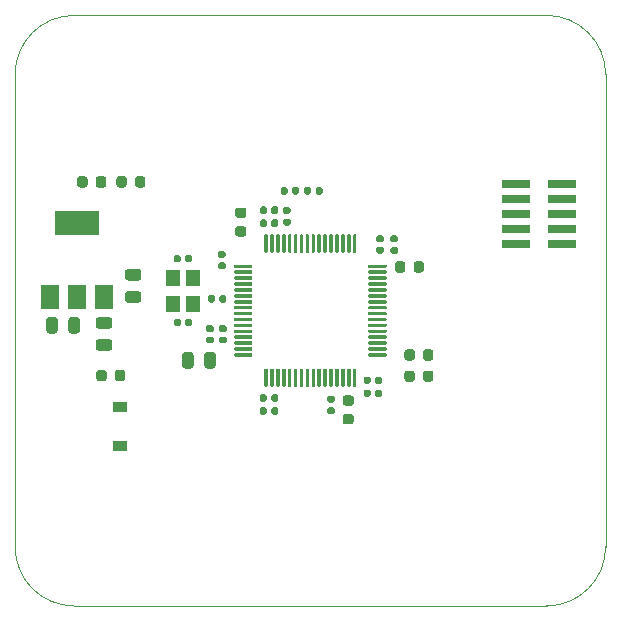
<source format=gbr>
%TF.GenerationSoftware,KiCad,Pcbnew,(5.1.7)-1*%
%TF.CreationDate,2020-10-04T21:15:59-05:00*%
%TF.ProjectId,STM32F4_Breakout,53544d33-3246-4345-9f42-7265616b6f75,rev?*%
%TF.SameCoordinates,Original*%
%TF.FileFunction,Paste,Top*%
%TF.FilePolarity,Positive*%
%FSLAX46Y46*%
G04 Gerber Fmt 4.6, Leading zero omitted, Abs format (unit mm)*
G04 Created by KiCad (PCBNEW (5.1.7)-1) date 2020-10-04 21:15:59*
%MOMM*%
%LPD*%
G01*
G04 APERTURE LIST*
%TA.AperFunction,Profile*%
%ADD10C,0.050000*%
%TD*%
%ADD11R,1.200000X0.900000*%
%ADD12R,1.200000X1.400000*%
%ADD13R,2.400000X0.740000*%
%ADD14R,3.800000X2.000000*%
%ADD15R,1.500000X2.000000*%
G04 APERTURE END LIST*
D10*
X70000000Y-65000000D02*
G75*
G02*
X65000000Y-70000000I-5000000J0D01*
G01*
X25000000Y-70000000D02*
G75*
G02*
X20000000Y-65000000I0J5000000D01*
G01*
X20000000Y-25000000D02*
G75*
G02*
X25000000Y-20000000I5000000J0D01*
G01*
X65000000Y-20000000D02*
G75*
G02*
X70000000Y-25000000I0J-5000000D01*
G01*
X20000000Y-65000000D02*
X20000000Y-25000000D01*
X65000000Y-70000000D02*
X25000000Y-70000000D01*
X70000000Y-25000000D02*
X70000000Y-65000000D01*
X25000000Y-20000000D02*
X65000000Y-20000000D01*
%TO.C,C1*%
G36*
G01*
X30456250Y-44325000D02*
X29543750Y-44325000D01*
G75*
G02*
X29300000Y-44081250I0J243750D01*
G01*
X29300000Y-43593750D01*
G75*
G02*
X29543750Y-43350000I243750J0D01*
G01*
X30456250Y-43350000D01*
G75*
G02*
X30700000Y-43593750I0J-243750D01*
G01*
X30700000Y-44081250D01*
G75*
G02*
X30456250Y-44325000I-243750J0D01*
G01*
G37*
G36*
G01*
X30456250Y-42450000D02*
X29543750Y-42450000D01*
G75*
G02*
X29300000Y-42206250I0J243750D01*
G01*
X29300000Y-41718750D01*
G75*
G02*
X29543750Y-41475000I243750J0D01*
G01*
X30456250Y-41475000D01*
G75*
G02*
X30700000Y-41718750I0J-243750D01*
G01*
X30700000Y-42206250D01*
G75*
G02*
X30456250Y-42450000I-243750J0D01*
G01*
G37*
%TD*%
%TO.C,C2*%
G36*
G01*
X23612500Y-45793750D02*
X23612500Y-46706250D01*
G75*
G02*
X23368750Y-46950000I-243750J0D01*
G01*
X22881250Y-46950000D01*
G75*
G02*
X22637500Y-46706250I0J243750D01*
G01*
X22637500Y-45793750D01*
G75*
G02*
X22881250Y-45550000I243750J0D01*
G01*
X23368750Y-45550000D01*
G75*
G02*
X23612500Y-45793750I0J-243750D01*
G01*
G37*
G36*
G01*
X25487500Y-45793750D02*
X25487500Y-46706250D01*
G75*
G02*
X25243750Y-46950000I-243750J0D01*
G01*
X24756250Y-46950000D01*
G75*
G02*
X24512500Y-46706250I0J243750D01*
G01*
X24512500Y-45793750D01*
G75*
G02*
X24756250Y-45550000I243750J0D01*
G01*
X25243750Y-45550000D01*
G75*
G02*
X25487500Y-45793750I0J-243750D01*
G01*
G37*
%TD*%
%TO.C,C3*%
G36*
G01*
X39356250Y-38725000D02*
X38843750Y-38725000D01*
G75*
G02*
X38625000Y-38506250I0J218750D01*
G01*
X38625000Y-38068750D01*
G75*
G02*
X38843750Y-37850000I218750J0D01*
G01*
X39356250Y-37850000D01*
G75*
G02*
X39575000Y-38068750I0J-218750D01*
G01*
X39575000Y-38506250D01*
G75*
G02*
X39356250Y-38725000I-218750J0D01*
G01*
G37*
G36*
G01*
X39356250Y-37150000D02*
X38843750Y-37150000D01*
G75*
G02*
X38625000Y-36931250I0J218750D01*
G01*
X38625000Y-36493750D01*
G75*
G02*
X38843750Y-36275000I218750J0D01*
G01*
X39356250Y-36275000D01*
G75*
G02*
X39575000Y-36493750I0J-218750D01*
G01*
X39575000Y-36931250D01*
G75*
G02*
X39356250Y-37150000I-218750J0D01*
G01*
G37*
%TD*%
%TO.C,C4*%
G36*
G01*
X37672500Y-40525000D02*
X37327500Y-40525000D01*
G75*
G02*
X37180000Y-40377500I0J147500D01*
G01*
X37180000Y-40082500D01*
G75*
G02*
X37327500Y-39935000I147500J0D01*
G01*
X37672500Y-39935000D01*
G75*
G02*
X37820000Y-40082500I0J-147500D01*
G01*
X37820000Y-40377500D01*
G75*
G02*
X37672500Y-40525000I-147500J0D01*
G01*
G37*
G36*
G01*
X37672500Y-41495000D02*
X37327500Y-41495000D01*
G75*
G02*
X37180000Y-41347500I0J147500D01*
G01*
X37180000Y-41052500D01*
G75*
G02*
X37327500Y-40905000I147500J0D01*
G01*
X37672500Y-40905000D01*
G75*
G02*
X37820000Y-41052500I0J-147500D01*
G01*
X37820000Y-41347500D01*
G75*
G02*
X37672500Y-41495000I-147500J0D01*
G01*
G37*
%TD*%
%TO.C,C5*%
G36*
G01*
X42280000Y-52227500D02*
X42280000Y-52572500D01*
G75*
G02*
X42132500Y-52720000I-147500J0D01*
G01*
X41837500Y-52720000D01*
G75*
G02*
X41690000Y-52572500I0J147500D01*
G01*
X41690000Y-52227500D01*
G75*
G02*
X41837500Y-52080000I147500J0D01*
G01*
X42132500Y-52080000D01*
G75*
G02*
X42280000Y-52227500I0J-147500D01*
G01*
G37*
G36*
G01*
X41310000Y-52227500D02*
X41310000Y-52572500D01*
G75*
G02*
X41162500Y-52720000I-147500J0D01*
G01*
X40867500Y-52720000D01*
G75*
G02*
X40720000Y-52572500I0J147500D01*
G01*
X40720000Y-52227500D01*
G75*
G02*
X40867500Y-52080000I147500J0D01*
G01*
X41162500Y-52080000D01*
G75*
G02*
X41310000Y-52227500I0J-147500D01*
G01*
G37*
%TD*%
%TO.C,C6*%
G36*
G01*
X41310000Y-53327500D02*
X41310000Y-53672500D01*
G75*
G02*
X41162500Y-53820000I-147500J0D01*
G01*
X40867500Y-53820000D01*
G75*
G02*
X40720000Y-53672500I0J147500D01*
G01*
X40720000Y-53327500D01*
G75*
G02*
X40867500Y-53180000I147500J0D01*
G01*
X41162500Y-53180000D01*
G75*
G02*
X41310000Y-53327500I0J-147500D01*
G01*
G37*
G36*
G01*
X42280000Y-53327500D02*
X42280000Y-53672500D01*
G75*
G02*
X42132500Y-53820000I-147500J0D01*
G01*
X41837500Y-53820000D01*
G75*
G02*
X41690000Y-53672500I0J147500D01*
G01*
X41690000Y-53327500D01*
G75*
G02*
X41837500Y-53180000I147500J0D01*
G01*
X42132500Y-53180000D01*
G75*
G02*
X42280000Y-53327500I0J-147500D01*
G01*
G37*
%TD*%
%TO.C,C7*%
G36*
G01*
X49505000Y-51072500D02*
X49505000Y-50727500D01*
G75*
G02*
X49652500Y-50580000I147500J0D01*
G01*
X49947500Y-50580000D01*
G75*
G02*
X50095000Y-50727500I0J-147500D01*
G01*
X50095000Y-51072500D01*
G75*
G02*
X49947500Y-51220000I-147500J0D01*
G01*
X49652500Y-51220000D01*
G75*
G02*
X49505000Y-51072500I0J147500D01*
G01*
G37*
G36*
G01*
X50475000Y-51072500D02*
X50475000Y-50727500D01*
G75*
G02*
X50622500Y-50580000I147500J0D01*
G01*
X50917500Y-50580000D01*
G75*
G02*
X51065000Y-50727500I0J-147500D01*
G01*
X51065000Y-51072500D01*
G75*
G02*
X50917500Y-51220000I-147500J0D01*
G01*
X50622500Y-51220000D01*
G75*
G02*
X50475000Y-51072500I0J147500D01*
G01*
G37*
%TD*%
%TO.C,C8*%
G36*
G01*
X50475000Y-52172500D02*
X50475000Y-51827500D01*
G75*
G02*
X50622500Y-51680000I147500J0D01*
G01*
X50917500Y-51680000D01*
G75*
G02*
X51065000Y-51827500I0J-147500D01*
G01*
X51065000Y-52172500D01*
G75*
G02*
X50917500Y-52320000I-147500J0D01*
G01*
X50622500Y-52320000D01*
G75*
G02*
X50475000Y-52172500I0J147500D01*
G01*
G37*
G36*
G01*
X49505000Y-52172500D02*
X49505000Y-51827500D01*
G75*
G02*
X49652500Y-51680000I147500J0D01*
G01*
X49947500Y-51680000D01*
G75*
G02*
X50095000Y-51827500I0J-147500D01*
G01*
X50095000Y-52172500D01*
G75*
G02*
X49947500Y-52320000I-147500J0D01*
G01*
X49652500Y-52320000D01*
G75*
G02*
X49505000Y-52172500I0J147500D01*
G01*
G37*
%TD*%
%TO.C,C9*%
G36*
G01*
X51072500Y-40180000D02*
X50727500Y-40180000D01*
G75*
G02*
X50580000Y-40032500I0J147500D01*
G01*
X50580000Y-39737500D01*
G75*
G02*
X50727500Y-39590000I147500J0D01*
G01*
X51072500Y-39590000D01*
G75*
G02*
X51220000Y-39737500I0J-147500D01*
G01*
X51220000Y-40032500D01*
G75*
G02*
X51072500Y-40180000I-147500J0D01*
G01*
G37*
G36*
G01*
X51072500Y-39210000D02*
X50727500Y-39210000D01*
G75*
G02*
X50580000Y-39062500I0J147500D01*
G01*
X50580000Y-38767500D01*
G75*
G02*
X50727500Y-38620000I147500J0D01*
G01*
X51072500Y-38620000D01*
G75*
G02*
X51220000Y-38767500I0J-147500D01*
G01*
X51220000Y-39062500D01*
G75*
G02*
X51072500Y-39210000I-147500J0D01*
G01*
G37*
%TD*%
%TO.C,C10*%
G36*
G01*
X52272500Y-40195000D02*
X51927500Y-40195000D01*
G75*
G02*
X51780000Y-40047500I0J147500D01*
G01*
X51780000Y-39752500D01*
G75*
G02*
X51927500Y-39605000I147500J0D01*
G01*
X52272500Y-39605000D01*
G75*
G02*
X52420000Y-39752500I0J-147500D01*
G01*
X52420000Y-40047500D01*
G75*
G02*
X52272500Y-40195000I-147500J0D01*
G01*
G37*
G36*
G01*
X52272500Y-39225000D02*
X51927500Y-39225000D01*
G75*
G02*
X51780000Y-39077500I0J147500D01*
G01*
X51780000Y-38782500D01*
G75*
G02*
X51927500Y-38635000I147500J0D01*
G01*
X52272500Y-38635000D01*
G75*
G02*
X52420000Y-38782500I0J-147500D01*
G01*
X52420000Y-39077500D01*
G75*
G02*
X52272500Y-39225000I-147500J0D01*
G01*
G37*
%TD*%
%TO.C,C11*%
G36*
G01*
X41690000Y-37772500D02*
X41690000Y-37427500D01*
G75*
G02*
X41837500Y-37280000I147500J0D01*
G01*
X42132500Y-37280000D01*
G75*
G02*
X42280000Y-37427500I0J-147500D01*
G01*
X42280000Y-37772500D01*
G75*
G02*
X42132500Y-37920000I-147500J0D01*
G01*
X41837500Y-37920000D01*
G75*
G02*
X41690000Y-37772500I0J147500D01*
G01*
G37*
G36*
G01*
X40720000Y-37772500D02*
X40720000Y-37427500D01*
G75*
G02*
X40867500Y-37280000I147500J0D01*
G01*
X41162500Y-37280000D01*
G75*
G02*
X41310000Y-37427500I0J-147500D01*
G01*
X41310000Y-37772500D01*
G75*
G02*
X41162500Y-37920000I-147500J0D01*
G01*
X40867500Y-37920000D01*
G75*
G02*
X40720000Y-37772500I0J147500D01*
G01*
G37*
%TD*%
%TO.C,C12*%
G36*
G01*
X40720000Y-36672500D02*
X40720000Y-36327500D01*
G75*
G02*
X40867500Y-36180000I147500J0D01*
G01*
X41162500Y-36180000D01*
G75*
G02*
X41310000Y-36327500I0J-147500D01*
G01*
X41310000Y-36672500D01*
G75*
G02*
X41162500Y-36820000I-147500J0D01*
G01*
X40867500Y-36820000D01*
G75*
G02*
X40720000Y-36672500I0J147500D01*
G01*
G37*
G36*
G01*
X41690000Y-36672500D02*
X41690000Y-36327500D01*
G75*
G02*
X41837500Y-36180000I147500J0D01*
G01*
X42132500Y-36180000D01*
G75*
G02*
X42280000Y-36327500I0J-147500D01*
G01*
X42280000Y-36672500D01*
G75*
G02*
X42132500Y-36820000I-147500J0D01*
G01*
X41837500Y-36820000D01*
G75*
G02*
X41690000Y-36672500I0J147500D01*
G01*
G37*
%TD*%
%TO.C,C13*%
G36*
G01*
X36672500Y-46810000D02*
X36327500Y-46810000D01*
G75*
G02*
X36180000Y-46662500I0J147500D01*
G01*
X36180000Y-46367500D01*
G75*
G02*
X36327500Y-46220000I147500J0D01*
G01*
X36672500Y-46220000D01*
G75*
G02*
X36820000Y-46367500I0J-147500D01*
G01*
X36820000Y-46662500D01*
G75*
G02*
X36672500Y-46810000I-147500J0D01*
G01*
G37*
G36*
G01*
X36672500Y-47780000D02*
X36327500Y-47780000D01*
G75*
G02*
X36180000Y-47632500I0J147500D01*
G01*
X36180000Y-47337500D01*
G75*
G02*
X36327500Y-47190000I147500J0D01*
G01*
X36672500Y-47190000D01*
G75*
G02*
X36820000Y-47337500I0J-147500D01*
G01*
X36820000Y-47632500D01*
G75*
G02*
X36672500Y-47780000I-147500J0D01*
G01*
G37*
%TD*%
%TO.C,C14*%
G36*
G01*
X37772500Y-46810000D02*
X37427500Y-46810000D01*
G75*
G02*
X37280000Y-46662500I0J147500D01*
G01*
X37280000Y-46367500D01*
G75*
G02*
X37427500Y-46220000I147500J0D01*
G01*
X37772500Y-46220000D01*
G75*
G02*
X37920000Y-46367500I0J-147500D01*
G01*
X37920000Y-46662500D01*
G75*
G02*
X37772500Y-46810000I-147500J0D01*
G01*
G37*
G36*
G01*
X37772500Y-47780000D02*
X37427500Y-47780000D01*
G75*
G02*
X37280000Y-47632500I0J147500D01*
G01*
X37280000Y-47337500D01*
G75*
G02*
X37427500Y-47190000I147500J0D01*
G01*
X37772500Y-47190000D01*
G75*
G02*
X37920000Y-47337500I0J-147500D01*
G01*
X37920000Y-47632500D01*
G75*
G02*
X37772500Y-47780000I-147500J0D01*
G01*
G37*
%TD*%
%TO.C,C15*%
G36*
G01*
X47943750Y-53750000D02*
X48456250Y-53750000D01*
G75*
G02*
X48675000Y-53968750I0J-218750D01*
G01*
X48675000Y-54406250D01*
G75*
G02*
X48456250Y-54625000I-218750J0D01*
G01*
X47943750Y-54625000D01*
G75*
G02*
X47725000Y-54406250I0J218750D01*
G01*
X47725000Y-53968750D01*
G75*
G02*
X47943750Y-53750000I218750J0D01*
G01*
G37*
G36*
G01*
X47943750Y-52175000D02*
X48456250Y-52175000D01*
G75*
G02*
X48675000Y-52393750I0J-218750D01*
G01*
X48675000Y-52831250D01*
G75*
G02*
X48456250Y-53050000I-218750J0D01*
G01*
X47943750Y-53050000D01*
G75*
G02*
X47725000Y-52831250I0J218750D01*
G01*
X47725000Y-52393750D01*
G75*
G02*
X47943750Y-52175000I218750J0D01*
G01*
G37*
%TD*%
%TO.C,C16*%
G36*
G01*
X52162500Y-41556250D02*
X52162500Y-41043750D01*
G75*
G02*
X52381250Y-40825000I218750J0D01*
G01*
X52818750Y-40825000D01*
G75*
G02*
X53037500Y-41043750I0J-218750D01*
G01*
X53037500Y-41556250D01*
G75*
G02*
X52818750Y-41775000I-218750J0D01*
G01*
X52381250Y-41775000D01*
G75*
G02*
X52162500Y-41556250I0J218750D01*
G01*
G37*
G36*
G01*
X53737500Y-41556250D02*
X53737500Y-41043750D01*
G75*
G02*
X53956250Y-40825000I218750J0D01*
G01*
X54393750Y-40825000D01*
G75*
G02*
X54612500Y-41043750I0J-218750D01*
G01*
X54612500Y-41556250D01*
G75*
G02*
X54393750Y-41775000I-218750J0D01*
G01*
X53956250Y-41775000D01*
G75*
G02*
X53737500Y-41556250I0J218750D01*
G01*
G37*
%TD*%
%TO.C,C17*%
G36*
G01*
X33420000Y-40772500D02*
X33420000Y-40427500D01*
G75*
G02*
X33567500Y-40280000I147500J0D01*
G01*
X33862500Y-40280000D01*
G75*
G02*
X34010000Y-40427500I0J-147500D01*
G01*
X34010000Y-40772500D01*
G75*
G02*
X33862500Y-40920000I-147500J0D01*
G01*
X33567500Y-40920000D01*
G75*
G02*
X33420000Y-40772500I0J147500D01*
G01*
G37*
G36*
G01*
X34390000Y-40772500D02*
X34390000Y-40427500D01*
G75*
G02*
X34537500Y-40280000I147500J0D01*
G01*
X34832500Y-40280000D01*
G75*
G02*
X34980000Y-40427500I0J-147500D01*
G01*
X34980000Y-40772500D01*
G75*
G02*
X34832500Y-40920000I-147500J0D01*
G01*
X34537500Y-40920000D01*
G75*
G02*
X34390000Y-40772500I0J147500D01*
G01*
G37*
%TD*%
%TO.C,C18*%
G36*
G01*
X34980000Y-45827500D02*
X34980000Y-46172500D01*
G75*
G02*
X34832500Y-46320000I-147500J0D01*
G01*
X34537500Y-46320000D01*
G75*
G02*
X34390000Y-46172500I0J147500D01*
G01*
X34390000Y-45827500D01*
G75*
G02*
X34537500Y-45680000I147500J0D01*
G01*
X34832500Y-45680000D01*
G75*
G02*
X34980000Y-45827500I0J-147500D01*
G01*
G37*
G36*
G01*
X34010000Y-45827500D02*
X34010000Y-46172500D01*
G75*
G02*
X33862500Y-46320000I-147500J0D01*
G01*
X33567500Y-46320000D01*
G75*
G02*
X33420000Y-46172500I0J147500D01*
G01*
X33420000Y-45827500D01*
G75*
G02*
X33567500Y-45680000I147500J0D01*
G01*
X33862500Y-45680000D01*
G75*
G02*
X34010000Y-45827500I0J-147500D01*
G01*
G37*
%TD*%
D11*
%TO.C,D1*%
X28900000Y-53200000D03*
X28900000Y-56500000D03*
%TD*%
%TO.C,D2*%
G36*
G01*
X27712500Y-33843750D02*
X27712500Y-34356250D01*
G75*
G02*
X27493750Y-34575000I-218750J0D01*
G01*
X27056250Y-34575000D01*
G75*
G02*
X26837500Y-34356250I0J218750D01*
G01*
X26837500Y-33843750D01*
G75*
G02*
X27056250Y-33625000I218750J0D01*
G01*
X27493750Y-33625000D01*
G75*
G02*
X27712500Y-33843750I0J-218750D01*
G01*
G37*
G36*
G01*
X26137500Y-33843750D02*
X26137500Y-34356250D01*
G75*
G02*
X25918750Y-34575000I-218750J0D01*
G01*
X25481250Y-34575000D01*
G75*
G02*
X25262500Y-34356250I0J218750D01*
G01*
X25262500Y-33843750D01*
G75*
G02*
X25481250Y-33625000I218750J0D01*
G01*
X25918750Y-33625000D01*
G75*
G02*
X26137500Y-33843750I0J-218750D01*
G01*
G37*
%TD*%
%TO.C,D3*%
G36*
G01*
X53837500Y-48493750D02*
X53837500Y-49006250D01*
G75*
G02*
X53618750Y-49225000I-218750J0D01*
G01*
X53181250Y-49225000D01*
G75*
G02*
X52962500Y-49006250I0J218750D01*
G01*
X52962500Y-48493750D01*
G75*
G02*
X53181250Y-48275000I218750J0D01*
G01*
X53618750Y-48275000D01*
G75*
G02*
X53837500Y-48493750I0J-218750D01*
G01*
G37*
G36*
G01*
X55412500Y-48493750D02*
X55412500Y-49006250D01*
G75*
G02*
X55193750Y-49225000I-218750J0D01*
G01*
X54756250Y-49225000D01*
G75*
G02*
X54537500Y-49006250I0J218750D01*
G01*
X54537500Y-48493750D01*
G75*
G02*
X54756250Y-48275000I218750J0D01*
G01*
X55193750Y-48275000D01*
G75*
G02*
X55412500Y-48493750I0J-218750D01*
G01*
G37*
%TD*%
%TO.C,F1*%
G36*
G01*
X29325000Y-50243750D02*
X29325000Y-50756250D01*
G75*
G02*
X29106250Y-50975000I-218750J0D01*
G01*
X28668750Y-50975000D01*
G75*
G02*
X28450000Y-50756250I0J218750D01*
G01*
X28450000Y-50243750D01*
G75*
G02*
X28668750Y-50025000I218750J0D01*
G01*
X29106250Y-50025000D01*
G75*
G02*
X29325000Y-50243750I0J-218750D01*
G01*
G37*
G36*
G01*
X27750000Y-50243750D02*
X27750000Y-50756250D01*
G75*
G02*
X27531250Y-50975000I-218750J0D01*
G01*
X27093750Y-50975000D01*
G75*
G02*
X26875000Y-50756250I0J218750D01*
G01*
X26875000Y-50243750D01*
G75*
G02*
X27093750Y-50025000I218750J0D01*
G01*
X27531250Y-50025000D01*
G75*
G02*
X27750000Y-50243750I0J-218750D01*
G01*
G37*
%TD*%
%TO.C,FB1*%
G36*
G01*
X27073750Y-45552500D02*
X27986250Y-45552500D01*
G75*
G02*
X28230000Y-45796250I0J-243750D01*
G01*
X28230000Y-46283750D01*
G75*
G02*
X27986250Y-46527500I-243750J0D01*
G01*
X27073750Y-46527500D01*
G75*
G02*
X26830000Y-46283750I0J243750D01*
G01*
X26830000Y-45796250D01*
G75*
G02*
X27073750Y-45552500I243750J0D01*
G01*
G37*
G36*
G01*
X27073750Y-47427500D02*
X27986250Y-47427500D01*
G75*
G02*
X28230000Y-47671250I0J-243750D01*
G01*
X28230000Y-48158750D01*
G75*
G02*
X27986250Y-48402500I-243750J0D01*
G01*
X27073750Y-48402500D01*
G75*
G02*
X26830000Y-48158750I0J243750D01*
G01*
X26830000Y-47671250D01*
G75*
G02*
X27073750Y-47427500I243750J0D01*
G01*
G37*
%TD*%
%TO.C,FB2*%
G36*
G01*
X35112500Y-48743750D02*
X35112500Y-49656250D01*
G75*
G02*
X34868750Y-49900000I-243750J0D01*
G01*
X34381250Y-49900000D01*
G75*
G02*
X34137500Y-49656250I0J243750D01*
G01*
X34137500Y-48743750D01*
G75*
G02*
X34381250Y-48500000I243750J0D01*
G01*
X34868750Y-48500000D01*
G75*
G02*
X35112500Y-48743750I0J-243750D01*
G01*
G37*
G36*
G01*
X36987500Y-48743750D02*
X36987500Y-49656250D01*
G75*
G02*
X36743750Y-49900000I-243750J0D01*
G01*
X36256250Y-49900000D01*
G75*
G02*
X36012500Y-49656250I0J243750D01*
G01*
X36012500Y-48743750D01*
G75*
G02*
X36256250Y-48500000I243750J0D01*
G01*
X36743750Y-48500000D01*
G75*
G02*
X36987500Y-48743750I0J-243750D01*
G01*
G37*
%TD*%
D12*
%TO.C,HSE1*%
X33350000Y-42200000D03*
X33350000Y-44400000D03*
X35050000Y-44400000D03*
X35050000Y-42200000D03*
%TD*%
D13*
%TO.C,J4*%
X62400000Y-34310000D03*
X66300000Y-34310000D03*
X62400000Y-35580000D03*
X66300000Y-35580000D03*
X62400000Y-36850000D03*
X66300000Y-36850000D03*
X62400000Y-38120000D03*
X66300000Y-38120000D03*
X62400000Y-39390000D03*
X66300000Y-39390000D03*
%TD*%
%TO.C,R1*%
G36*
G01*
X28575000Y-34356250D02*
X28575000Y-33843750D01*
G75*
G02*
X28793750Y-33625000I218750J0D01*
G01*
X29231250Y-33625000D01*
G75*
G02*
X29450000Y-33843750I0J-218750D01*
G01*
X29450000Y-34356250D01*
G75*
G02*
X29231250Y-34575000I-218750J0D01*
G01*
X28793750Y-34575000D01*
G75*
G02*
X28575000Y-34356250I0J218750D01*
G01*
G37*
G36*
G01*
X30150000Y-34356250D02*
X30150000Y-33843750D01*
G75*
G02*
X30368750Y-33625000I218750J0D01*
G01*
X30806250Y-33625000D01*
G75*
G02*
X31025000Y-33843750I0J-218750D01*
G01*
X31025000Y-34356250D01*
G75*
G02*
X30806250Y-34575000I-218750J0D01*
G01*
X30368750Y-34575000D01*
G75*
G02*
X30150000Y-34356250I0J218750D01*
G01*
G37*
%TD*%
%TO.C,R2*%
G36*
G01*
X43172500Y-36825000D02*
X42827500Y-36825000D01*
G75*
G02*
X42680000Y-36677500I0J147500D01*
G01*
X42680000Y-36382500D01*
G75*
G02*
X42827500Y-36235000I147500J0D01*
G01*
X43172500Y-36235000D01*
G75*
G02*
X43320000Y-36382500I0J-147500D01*
G01*
X43320000Y-36677500D01*
G75*
G02*
X43172500Y-36825000I-147500J0D01*
G01*
G37*
G36*
G01*
X43172500Y-37795000D02*
X42827500Y-37795000D01*
G75*
G02*
X42680000Y-37647500I0J147500D01*
G01*
X42680000Y-37352500D01*
G75*
G02*
X42827500Y-37205000I147500J0D01*
G01*
X43172500Y-37205000D01*
G75*
G02*
X43320000Y-37352500I0J-147500D01*
G01*
X43320000Y-37647500D01*
G75*
G02*
X43172500Y-37795000I-147500J0D01*
G01*
G37*
%TD*%
%TO.C,R3*%
G36*
G01*
X46577500Y-52205000D02*
X46922500Y-52205000D01*
G75*
G02*
X47070000Y-52352500I0J-147500D01*
G01*
X47070000Y-52647500D01*
G75*
G02*
X46922500Y-52795000I-147500J0D01*
G01*
X46577500Y-52795000D01*
G75*
G02*
X46430000Y-52647500I0J147500D01*
G01*
X46430000Y-52352500D01*
G75*
G02*
X46577500Y-52205000I147500J0D01*
G01*
G37*
G36*
G01*
X46577500Y-53175000D02*
X46922500Y-53175000D01*
G75*
G02*
X47070000Y-53322500I0J-147500D01*
G01*
X47070000Y-53617500D01*
G75*
G02*
X46922500Y-53765000I-147500J0D01*
G01*
X46577500Y-53765000D01*
G75*
G02*
X46430000Y-53617500I0J147500D01*
G01*
X46430000Y-53322500D01*
G75*
G02*
X46577500Y-53175000I147500J0D01*
G01*
G37*
%TD*%
%TO.C,R4*%
G36*
G01*
X45060000Y-34677500D02*
X45060000Y-35022500D01*
G75*
G02*
X44912500Y-35170000I-147500J0D01*
G01*
X44617500Y-35170000D01*
G75*
G02*
X44470000Y-35022500I0J147500D01*
G01*
X44470000Y-34677500D01*
G75*
G02*
X44617500Y-34530000I147500J0D01*
G01*
X44912500Y-34530000D01*
G75*
G02*
X45060000Y-34677500I0J-147500D01*
G01*
G37*
G36*
G01*
X46030000Y-34677500D02*
X46030000Y-35022500D01*
G75*
G02*
X45882500Y-35170000I-147500J0D01*
G01*
X45587500Y-35170000D01*
G75*
G02*
X45440000Y-35022500I0J147500D01*
G01*
X45440000Y-34677500D01*
G75*
G02*
X45587500Y-34530000I147500J0D01*
G01*
X45882500Y-34530000D01*
G75*
G02*
X46030000Y-34677500I0J-147500D01*
G01*
G37*
%TD*%
%TO.C,R5*%
G36*
G01*
X42485000Y-35022500D02*
X42485000Y-34677500D01*
G75*
G02*
X42632500Y-34530000I147500J0D01*
G01*
X42927500Y-34530000D01*
G75*
G02*
X43075000Y-34677500I0J-147500D01*
G01*
X43075000Y-35022500D01*
G75*
G02*
X42927500Y-35170000I-147500J0D01*
G01*
X42632500Y-35170000D01*
G75*
G02*
X42485000Y-35022500I0J147500D01*
G01*
G37*
G36*
G01*
X43455000Y-35022500D02*
X43455000Y-34677500D01*
G75*
G02*
X43602500Y-34530000I147500J0D01*
G01*
X43897500Y-34530000D01*
G75*
G02*
X44045000Y-34677500I0J-147500D01*
G01*
X44045000Y-35022500D01*
G75*
G02*
X43897500Y-35170000I-147500J0D01*
G01*
X43602500Y-35170000D01*
G75*
G02*
X43455000Y-35022500I0J147500D01*
G01*
G37*
%TD*%
%TO.C,R6*%
G36*
G01*
X37895000Y-43827500D02*
X37895000Y-44172500D01*
G75*
G02*
X37747500Y-44320000I-147500J0D01*
G01*
X37452500Y-44320000D01*
G75*
G02*
X37305000Y-44172500I0J147500D01*
G01*
X37305000Y-43827500D01*
G75*
G02*
X37452500Y-43680000I147500J0D01*
G01*
X37747500Y-43680000D01*
G75*
G02*
X37895000Y-43827500I0J-147500D01*
G01*
G37*
G36*
G01*
X36925000Y-43827500D02*
X36925000Y-44172500D01*
G75*
G02*
X36777500Y-44320000I-147500J0D01*
G01*
X36482500Y-44320000D01*
G75*
G02*
X36335000Y-44172500I0J147500D01*
G01*
X36335000Y-43827500D01*
G75*
G02*
X36482500Y-43680000I147500J0D01*
G01*
X36777500Y-43680000D01*
G75*
G02*
X36925000Y-43827500I0J-147500D01*
G01*
G37*
%TD*%
%TO.C,R7*%
G36*
G01*
X53837500Y-50293750D02*
X53837500Y-50806250D01*
G75*
G02*
X53618750Y-51025000I-218750J0D01*
G01*
X53181250Y-51025000D01*
G75*
G02*
X52962500Y-50806250I0J218750D01*
G01*
X52962500Y-50293750D01*
G75*
G02*
X53181250Y-50075000I218750J0D01*
G01*
X53618750Y-50075000D01*
G75*
G02*
X53837500Y-50293750I0J-218750D01*
G01*
G37*
G36*
G01*
X55412500Y-50293750D02*
X55412500Y-50806250D01*
G75*
G02*
X55193750Y-51025000I-218750J0D01*
G01*
X54756250Y-51025000D01*
G75*
G02*
X54537500Y-50806250I0J218750D01*
G01*
X54537500Y-50293750D01*
G75*
G02*
X54756250Y-50075000I218750J0D01*
G01*
X55193750Y-50075000D01*
G75*
G02*
X55412500Y-50293750I0J-218750D01*
G01*
G37*
%TD*%
D14*
%TO.C,U1*%
X25225001Y-37550000D03*
D15*
X25225001Y-43850000D03*
X27525001Y-43850000D03*
X22925001Y-43850000D03*
%TD*%
%TO.C,U2*%
G36*
G01*
X38550000Y-41325000D02*
X38550000Y-41175000D01*
G75*
G02*
X38625000Y-41100000I75000J0D01*
G01*
X40025000Y-41100000D01*
G75*
G02*
X40100000Y-41175000I0J-75000D01*
G01*
X40100000Y-41325000D01*
G75*
G02*
X40025000Y-41400000I-75000J0D01*
G01*
X38625000Y-41400000D01*
G75*
G02*
X38550000Y-41325000I0J75000D01*
G01*
G37*
G36*
G01*
X38550000Y-41825000D02*
X38550000Y-41675000D01*
G75*
G02*
X38625000Y-41600000I75000J0D01*
G01*
X40025000Y-41600000D01*
G75*
G02*
X40100000Y-41675000I0J-75000D01*
G01*
X40100000Y-41825000D01*
G75*
G02*
X40025000Y-41900000I-75000J0D01*
G01*
X38625000Y-41900000D01*
G75*
G02*
X38550000Y-41825000I0J75000D01*
G01*
G37*
G36*
G01*
X38550000Y-42325000D02*
X38550000Y-42175000D01*
G75*
G02*
X38625000Y-42100000I75000J0D01*
G01*
X40025000Y-42100000D01*
G75*
G02*
X40100000Y-42175000I0J-75000D01*
G01*
X40100000Y-42325000D01*
G75*
G02*
X40025000Y-42400000I-75000J0D01*
G01*
X38625000Y-42400000D01*
G75*
G02*
X38550000Y-42325000I0J75000D01*
G01*
G37*
G36*
G01*
X38550000Y-42825000D02*
X38550000Y-42675000D01*
G75*
G02*
X38625000Y-42600000I75000J0D01*
G01*
X40025000Y-42600000D01*
G75*
G02*
X40100000Y-42675000I0J-75000D01*
G01*
X40100000Y-42825000D01*
G75*
G02*
X40025000Y-42900000I-75000J0D01*
G01*
X38625000Y-42900000D01*
G75*
G02*
X38550000Y-42825000I0J75000D01*
G01*
G37*
G36*
G01*
X38550000Y-43325000D02*
X38550000Y-43175000D01*
G75*
G02*
X38625000Y-43100000I75000J0D01*
G01*
X40025000Y-43100000D01*
G75*
G02*
X40100000Y-43175000I0J-75000D01*
G01*
X40100000Y-43325000D01*
G75*
G02*
X40025000Y-43400000I-75000J0D01*
G01*
X38625000Y-43400000D01*
G75*
G02*
X38550000Y-43325000I0J75000D01*
G01*
G37*
G36*
G01*
X38550000Y-43825000D02*
X38550000Y-43675000D01*
G75*
G02*
X38625000Y-43600000I75000J0D01*
G01*
X40025000Y-43600000D01*
G75*
G02*
X40100000Y-43675000I0J-75000D01*
G01*
X40100000Y-43825000D01*
G75*
G02*
X40025000Y-43900000I-75000J0D01*
G01*
X38625000Y-43900000D01*
G75*
G02*
X38550000Y-43825000I0J75000D01*
G01*
G37*
G36*
G01*
X38550000Y-44325000D02*
X38550000Y-44175000D01*
G75*
G02*
X38625000Y-44100000I75000J0D01*
G01*
X40025000Y-44100000D01*
G75*
G02*
X40100000Y-44175000I0J-75000D01*
G01*
X40100000Y-44325000D01*
G75*
G02*
X40025000Y-44400000I-75000J0D01*
G01*
X38625000Y-44400000D01*
G75*
G02*
X38550000Y-44325000I0J75000D01*
G01*
G37*
G36*
G01*
X38550000Y-44825000D02*
X38550000Y-44675000D01*
G75*
G02*
X38625000Y-44600000I75000J0D01*
G01*
X40025000Y-44600000D01*
G75*
G02*
X40100000Y-44675000I0J-75000D01*
G01*
X40100000Y-44825000D01*
G75*
G02*
X40025000Y-44900000I-75000J0D01*
G01*
X38625000Y-44900000D01*
G75*
G02*
X38550000Y-44825000I0J75000D01*
G01*
G37*
G36*
G01*
X38550000Y-45325000D02*
X38550000Y-45175000D01*
G75*
G02*
X38625000Y-45100000I75000J0D01*
G01*
X40025000Y-45100000D01*
G75*
G02*
X40100000Y-45175000I0J-75000D01*
G01*
X40100000Y-45325000D01*
G75*
G02*
X40025000Y-45400000I-75000J0D01*
G01*
X38625000Y-45400000D01*
G75*
G02*
X38550000Y-45325000I0J75000D01*
G01*
G37*
G36*
G01*
X38550000Y-45825000D02*
X38550000Y-45675000D01*
G75*
G02*
X38625000Y-45600000I75000J0D01*
G01*
X40025000Y-45600000D01*
G75*
G02*
X40100000Y-45675000I0J-75000D01*
G01*
X40100000Y-45825000D01*
G75*
G02*
X40025000Y-45900000I-75000J0D01*
G01*
X38625000Y-45900000D01*
G75*
G02*
X38550000Y-45825000I0J75000D01*
G01*
G37*
G36*
G01*
X38550000Y-46325000D02*
X38550000Y-46175000D01*
G75*
G02*
X38625000Y-46100000I75000J0D01*
G01*
X40025000Y-46100000D01*
G75*
G02*
X40100000Y-46175000I0J-75000D01*
G01*
X40100000Y-46325000D01*
G75*
G02*
X40025000Y-46400000I-75000J0D01*
G01*
X38625000Y-46400000D01*
G75*
G02*
X38550000Y-46325000I0J75000D01*
G01*
G37*
G36*
G01*
X38550000Y-46825000D02*
X38550000Y-46675000D01*
G75*
G02*
X38625000Y-46600000I75000J0D01*
G01*
X40025000Y-46600000D01*
G75*
G02*
X40100000Y-46675000I0J-75000D01*
G01*
X40100000Y-46825000D01*
G75*
G02*
X40025000Y-46900000I-75000J0D01*
G01*
X38625000Y-46900000D01*
G75*
G02*
X38550000Y-46825000I0J75000D01*
G01*
G37*
G36*
G01*
X38550000Y-47325000D02*
X38550000Y-47175000D01*
G75*
G02*
X38625000Y-47100000I75000J0D01*
G01*
X40025000Y-47100000D01*
G75*
G02*
X40100000Y-47175000I0J-75000D01*
G01*
X40100000Y-47325000D01*
G75*
G02*
X40025000Y-47400000I-75000J0D01*
G01*
X38625000Y-47400000D01*
G75*
G02*
X38550000Y-47325000I0J75000D01*
G01*
G37*
G36*
G01*
X38550000Y-47825000D02*
X38550000Y-47675000D01*
G75*
G02*
X38625000Y-47600000I75000J0D01*
G01*
X40025000Y-47600000D01*
G75*
G02*
X40100000Y-47675000I0J-75000D01*
G01*
X40100000Y-47825000D01*
G75*
G02*
X40025000Y-47900000I-75000J0D01*
G01*
X38625000Y-47900000D01*
G75*
G02*
X38550000Y-47825000I0J75000D01*
G01*
G37*
G36*
G01*
X38550000Y-48325000D02*
X38550000Y-48175000D01*
G75*
G02*
X38625000Y-48100000I75000J0D01*
G01*
X40025000Y-48100000D01*
G75*
G02*
X40100000Y-48175000I0J-75000D01*
G01*
X40100000Y-48325000D01*
G75*
G02*
X40025000Y-48400000I-75000J0D01*
G01*
X38625000Y-48400000D01*
G75*
G02*
X38550000Y-48325000I0J75000D01*
G01*
G37*
G36*
G01*
X38550000Y-48825000D02*
X38550000Y-48675000D01*
G75*
G02*
X38625000Y-48600000I75000J0D01*
G01*
X40025000Y-48600000D01*
G75*
G02*
X40100000Y-48675000I0J-75000D01*
G01*
X40100000Y-48825000D01*
G75*
G02*
X40025000Y-48900000I-75000J0D01*
G01*
X38625000Y-48900000D01*
G75*
G02*
X38550000Y-48825000I0J75000D01*
G01*
G37*
G36*
G01*
X41100000Y-51375000D02*
X41100000Y-49975000D01*
G75*
G02*
X41175000Y-49900000I75000J0D01*
G01*
X41325000Y-49900000D01*
G75*
G02*
X41400000Y-49975000I0J-75000D01*
G01*
X41400000Y-51375000D01*
G75*
G02*
X41325000Y-51450000I-75000J0D01*
G01*
X41175000Y-51450000D01*
G75*
G02*
X41100000Y-51375000I0J75000D01*
G01*
G37*
G36*
G01*
X41600000Y-51375000D02*
X41600000Y-49975000D01*
G75*
G02*
X41675000Y-49900000I75000J0D01*
G01*
X41825000Y-49900000D01*
G75*
G02*
X41900000Y-49975000I0J-75000D01*
G01*
X41900000Y-51375000D01*
G75*
G02*
X41825000Y-51450000I-75000J0D01*
G01*
X41675000Y-51450000D01*
G75*
G02*
X41600000Y-51375000I0J75000D01*
G01*
G37*
G36*
G01*
X42100000Y-51375000D02*
X42100000Y-49975000D01*
G75*
G02*
X42175000Y-49900000I75000J0D01*
G01*
X42325000Y-49900000D01*
G75*
G02*
X42400000Y-49975000I0J-75000D01*
G01*
X42400000Y-51375000D01*
G75*
G02*
X42325000Y-51450000I-75000J0D01*
G01*
X42175000Y-51450000D01*
G75*
G02*
X42100000Y-51375000I0J75000D01*
G01*
G37*
G36*
G01*
X42600000Y-51375000D02*
X42600000Y-49975000D01*
G75*
G02*
X42675000Y-49900000I75000J0D01*
G01*
X42825000Y-49900000D01*
G75*
G02*
X42900000Y-49975000I0J-75000D01*
G01*
X42900000Y-51375000D01*
G75*
G02*
X42825000Y-51450000I-75000J0D01*
G01*
X42675000Y-51450000D01*
G75*
G02*
X42600000Y-51375000I0J75000D01*
G01*
G37*
G36*
G01*
X43100000Y-51375000D02*
X43100000Y-49975000D01*
G75*
G02*
X43175000Y-49900000I75000J0D01*
G01*
X43325000Y-49900000D01*
G75*
G02*
X43400000Y-49975000I0J-75000D01*
G01*
X43400000Y-51375000D01*
G75*
G02*
X43325000Y-51450000I-75000J0D01*
G01*
X43175000Y-51450000D01*
G75*
G02*
X43100000Y-51375000I0J75000D01*
G01*
G37*
G36*
G01*
X43600000Y-51375000D02*
X43600000Y-49975000D01*
G75*
G02*
X43675000Y-49900000I75000J0D01*
G01*
X43825000Y-49900000D01*
G75*
G02*
X43900000Y-49975000I0J-75000D01*
G01*
X43900000Y-51375000D01*
G75*
G02*
X43825000Y-51450000I-75000J0D01*
G01*
X43675000Y-51450000D01*
G75*
G02*
X43600000Y-51375000I0J75000D01*
G01*
G37*
G36*
G01*
X44100000Y-51375000D02*
X44100000Y-49975000D01*
G75*
G02*
X44175000Y-49900000I75000J0D01*
G01*
X44325000Y-49900000D01*
G75*
G02*
X44400000Y-49975000I0J-75000D01*
G01*
X44400000Y-51375000D01*
G75*
G02*
X44325000Y-51450000I-75000J0D01*
G01*
X44175000Y-51450000D01*
G75*
G02*
X44100000Y-51375000I0J75000D01*
G01*
G37*
G36*
G01*
X44600000Y-51375000D02*
X44600000Y-49975000D01*
G75*
G02*
X44675000Y-49900000I75000J0D01*
G01*
X44825000Y-49900000D01*
G75*
G02*
X44900000Y-49975000I0J-75000D01*
G01*
X44900000Y-51375000D01*
G75*
G02*
X44825000Y-51450000I-75000J0D01*
G01*
X44675000Y-51450000D01*
G75*
G02*
X44600000Y-51375000I0J75000D01*
G01*
G37*
G36*
G01*
X45100000Y-51375000D02*
X45100000Y-49975000D01*
G75*
G02*
X45175000Y-49900000I75000J0D01*
G01*
X45325000Y-49900000D01*
G75*
G02*
X45400000Y-49975000I0J-75000D01*
G01*
X45400000Y-51375000D01*
G75*
G02*
X45325000Y-51450000I-75000J0D01*
G01*
X45175000Y-51450000D01*
G75*
G02*
X45100000Y-51375000I0J75000D01*
G01*
G37*
G36*
G01*
X45600000Y-51375000D02*
X45600000Y-49975000D01*
G75*
G02*
X45675000Y-49900000I75000J0D01*
G01*
X45825000Y-49900000D01*
G75*
G02*
X45900000Y-49975000I0J-75000D01*
G01*
X45900000Y-51375000D01*
G75*
G02*
X45825000Y-51450000I-75000J0D01*
G01*
X45675000Y-51450000D01*
G75*
G02*
X45600000Y-51375000I0J75000D01*
G01*
G37*
G36*
G01*
X46100000Y-51375000D02*
X46100000Y-49975000D01*
G75*
G02*
X46175000Y-49900000I75000J0D01*
G01*
X46325000Y-49900000D01*
G75*
G02*
X46400000Y-49975000I0J-75000D01*
G01*
X46400000Y-51375000D01*
G75*
G02*
X46325000Y-51450000I-75000J0D01*
G01*
X46175000Y-51450000D01*
G75*
G02*
X46100000Y-51375000I0J75000D01*
G01*
G37*
G36*
G01*
X46600000Y-51375000D02*
X46600000Y-49975000D01*
G75*
G02*
X46675000Y-49900000I75000J0D01*
G01*
X46825000Y-49900000D01*
G75*
G02*
X46900000Y-49975000I0J-75000D01*
G01*
X46900000Y-51375000D01*
G75*
G02*
X46825000Y-51450000I-75000J0D01*
G01*
X46675000Y-51450000D01*
G75*
G02*
X46600000Y-51375000I0J75000D01*
G01*
G37*
G36*
G01*
X47100000Y-51375000D02*
X47100000Y-49975000D01*
G75*
G02*
X47175000Y-49900000I75000J0D01*
G01*
X47325000Y-49900000D01*
G75*
G02*
X47400000Y-49975000I0J-75000D01*
G01*
X47400000Y-51375000D01*
G75*
G02*
X47325000Y-51450000I-75000J0D01*
G01*
X47175000Y-51450000D01*
G75*
G02*
X47100000Y-51375000I0J75000D01*
G01*
G37*
G36*
G01*
X47600000Y-51375000D02*
X47600000Y-49975000D01*
G75*
G02*
X47675000Y-49900000I75000J0D01*
G01*
X47825000Y-49900000D01*
G75*
G02*
X47900000Y-49975000I0J-75000D01*
G01*
X47900000Y-51375000D01*
G75*
G02*
X47825000Y-51450000I-75000J0D01*
G01*
X47675000Y-51450000D01*
G75*
G02*
X47600000Y-51375000I0J75000D01*
G01*
G37*
G36*
G01*
X48100000Y-51375000D02*
X48100000Y-49975000D01*
G75*
G02*
X48175000Y-49900000I75000J0D01*
G01*
X48325000Y-49900000D01*
G75*
G02*
X48400000Y-49975000I0J-75000D01*
G01*
X48400000Y-51375000D01*
G75*
G02*
X48325000Y-51450000I-75000J0D01*
G01*
X48175000Y-51450000D01*
G75*
G02*
X48100000Y-51375000I0J75000D01*
G01*
G37*
G36*
G01*
X48600000Y-51375000D02*
X48600000Y-49975000D01*
G75*
G02*
X48675000Y-49900000I75000J0D01*
G01*
X48825000Y-49900000D01*
G75*
G02*
X48900000Y-49975000I0J-75000D01*
G01*
X48900000Y-51375000D01*
G75*
G02*
X48825000Y-51450000I-75000J0D01*
G01*
X48675000Y-51450000D01*
G75*
G02*
X48600000Y-51375000I0J75000D01*
G01*
G37*
G36*
G01*
X49900000Y-48825000D02*
X49900000Y-48675000D01*
G75*
G02*
X49975000Y-48600000I75000J0D01*
G01*
X51375000Y-48600000D01*
G75*
G02*
X51450000Y-48675000I0J-75000D01*
G01*
X51450000Y-48825000D01*
G75*
G02*
X51375000Y-48900000I-75000J0D01*
G01*
X49975000Y-48900000D01*
G75*
G02*
X49900000Y-48825000I0J75000D01*
G01*
G37*
G36*
G01*
X49900000Y-48325000D02*
X49900000Y-48175000D01*
G75*
G02*
X49975000Y-48100000I75000J0D01*
G01*
X51375000Y-48100000D01*
G75*
G02*
X51450000Y-48175000I0J-75000D01*
G01*
X51450000Y-48325000D01*
G75*
G02*
X51375000Y-48400000I-75000J0D01*
G01*
X49975000Y-48400000D01*
G75*
G02*
X49900000Y-48325000I0J75000D01*
G01*
G37*
G36*
G01*
X49900000Y-47825000D02*
X49900000Y-47675000D01*
G75*
G02*
X49975000Y-47600000I75000J0D01*
G01*
X51375000Y-47600000D01*
G75*
G02*
X51450000Y-47675000I0J-75000D01*
G01*
X51450000Y-47825000D01*
G75*
G02*
X51375000Y-47900000I-75000J0D01*
G01*
X49975000Y-47900000D01*
G75*
G02*
X49900000Y-47825000I0J75000D01*
G01*
G37*
G36*
G01*
X49900000Y-47325000D02*
X49900000Y-47175000D01*
G75*
G02*
X49975000Y-47100000I75000J0D01*
G01*
X51375000Y-47100000D01*
G75*
G02*
X51450000Y-47175000I0J-75000D01*
G01*
X51450000Y-47325000D01*
G75*
G02*
X51375000Y-47400000I-75000J0D01*
G01*
X49975000Y-47400000D01*
G75*
G02*
X49900000Y-47325000I0J75000D01*
G01*
G37*
G36*
G01*
X49900000Y-46825000D02*
X49900000Y-46675000D01*
G75*
G02*
X49975000Y-46600000I75000J0D01*
G01*
X51375000Y-46600000D01*
G75*
G02*
X51450000Y-46675000I0J-75000D01*
G01*
X51450000Y-46825000D01*
G75*
G02*
X51375000Y-46900000I-75000J0D01*
G01*
X49975000Y-46900000D01*
G75*
G02*
X49900000Y-46825000I0J75000D01*
G01*
G37*
G36*
G01*
X49900000Y-46325000D02*
X49900000Y-46175000D01*
G75*
G02*
X49975000Y-46100000I75000J0D01*
G01*
X51375000Y-46100000D01*
G75*
G02*
X51450000Y-46175000I0J-75000D01*
G01*
X51450000Y-46325000D01*
G75*
G02*
X51375000Y-46400000I-75000J0D01*
G01*
X49975000Y-46400000D01*
G75*
G02*
X49900000Y-46325000I0J75000D01*
G01*
G37*
G36*
G01*
X49900000Y-45825000D02*
X49900000Y-45675000D01*
G75*
G02*
X49975000Y-45600000I75000J0D01*
G01*
X51375000Y-45600000D01*
G75*
G02*
X51450000Y-45675000I0J-75000D01*
G01*
X51450000Y-45825000D01*
G75*
G02*
X51375000Y-45900000I-75000J0D01*
G01*
X49975000Y-45900000D01*
G75*
G02*
X49900000Y-45825000I0J75000D01*
G01*
G37*
G36*
G01*
X49900000Y-45325000D02*
X49900000Y-45175000D01*
G75*
G02*
X49975000Y-45100000I75000J0D01*
G01*
X51375000Y-45100000D01*
G75*
G02*
X51450000Y-45175000I0J-75000D01*
G01*
X51450000Y-45325000D01*
G75*
G02*
X51375000Y-45400000I-75000J0D01*
G01*
X49975000Y-45400000D01*
G75*
G02*
X49900000Y-45325000I0J75000D01*
G01*
G37*
G36*
G01*
X49900000Y-44825000D02*
X49900000Y-44675000D01*
G75*
G02*
X49975000Y-44600000I75000J0D01*
G01*
X51375000Y-44600000D01*
G75*
G02*
X51450000Y-44675000I0J-75000D01*
G01*
X51450000Y-44825000D01*
G75*
G02*
X51375000Y-44900000I-75000J0D01*
G01*
X49975000Y-44900000D01*
G75*
G02*
X49900000Y-44825000I0J75000D01*
G01*
G37*
G36*
G01*
X49900000Y-44325000D02*
X49900000Y-44175000D01*
G75*
G02*
X49975000Y-44100000I75000J0D01*
G01*
X51375000Y-44100000D01*
G75*
G02*
X51450000Y-44175000I0J-75000D01*
G01*
X51450000Y-44325000D01*
G75*
G02*
X51375000Y-44400000I-75000J0D01*
G01*
X49975000Y-44400000D01*
G75*
G02*
X49900000Y-44325000I0J75000D01*
G01*
G37*
G36*
G01*
X49900000Y-43825000D02*
X49900000Y-43675000D01*
G75*
G02*
X49975000Y-43600000I75000J0D01*
G01*
X51375000Y-43600000D01*
G75*
G02*
X51450000Y-43675000I0J-75000D01*
G01*
X51450000Y-43825000D01*
G75*
G02*
X51375000Y-43900000I-75000J0D01*
G01*
X49975000Y-43900000D01*
G75*
G02*
X49900000Y-43825000I0J75000D01*
G01*
G37*
G36*
G01*
X49900000Y-43325000D02*
X49900000Y-43175000D01*
G75*
G02*
X49975000Y-43100000I75000J0D01*
G01*
X51375000Y-43100000D01*
G75*
G02*
X51450000Y-43175000I0J-75000D01*
G01*
X51450000Y-43325000D01*
G75*
G02*
X51375000Y-43400000I-75000J0D01*
G01*
X49975000Y-43400000D01*
G75*
G02*
X49900000Y-43325000I0J75000D01*
G01*
G37*
G36*
G01*
X49900000Y-42825000D02*
X49900000Y-42675000D01*
G75*
G02*
X49975000Y-42600000I75000J0D01*
G01*
X51375000Y-42600000D01*
G75*
G02*
X51450000Y-42675000I0J-75000D01*
G01*
X51450000Y-42825000D01*
G75*
G02*
X51375000Y-42900000I-75000J0D01*
G01*
X49975000Y-42900000D01*
G75*
G02*
X49900000Y-42825000I0J75000D01*
G01*
G37*
G36*
G01*
X49900000Y-42325000D02*
X49900000Y-42175000D01*
G75*
G02*
X49975000Y-42100000I75000J0D01*
G01*
X51375000Y-42100000D01*
G75*
G02*
X51450000Y-42175000I0J-75000D01*
G01*
X51450000Y-42325000D01*
G75*
G02*
X51375000Y-42400000I-75000J0D01*
G01*
X49975000Y-42400000D01*
G75*
G02*
X49900000Y-42325000I0J75000D01*
G01*
G37*
G36*
G01*
X49900000Y-41825000D02*
X49900000Y-41675000D01*
G75*
G02*
X49975000Y-41600000I75000J0D01*
G01*
X51375000Y-41600000D01*
G75*
G02*
X51450000Y-41675000I0J-75000D01*
G01*
X51450000Y-41825000D01*
G75*
G02*
X51375000Y-41900000I-75000J0D01*
G01*
X49975000Y-41900000D01*
G75*
G02*
X49900000Y-41825000I0J75000D01*
G01*
G37*
G36*
G01*
X49900000Y-41325000D02*
X49900000Y-41175000D01*
G75*
G02*
X49975000Y-41100000I75000J0D01*
G01*
X51375000Y-41100000D01*
G75*
G02*
X51450000Y-41175000I0J-75000D01*
G01*
X51450000Y-41325000D01*
G75*
G02*
X51375000Y-41400000I-75000J0D01*
G01*
X49975000Y-41400000D01*
G75*
G02*
X49900000Y-41325000I0J75000D01*
G01*
G37*
G36*
G01*
X48600000Y-40025000D02*
X48600000Y-38625000D01*
G75*
G02*
X48675000Y-38550000I75000J0D01*
G01*
X48825000Y-38550000D01*
G75*
G02*
X48900000Y-38625000I0J-75000D01*
G01*
X48900000Y-40025000D01*
G75*
G02*
X48825000Y-40100000I-75000J0D01*
G01*
X48675000Y-40100000D01*
G75*
G02*
X48600000Y-40025000I0J75000D01*
G01*
G37*
G36*
G01*
X48100000Y-40025000D02*
X48100000Y-38625000D01*
G75*
G02*
X48175000Y-38550000I75000J0D01*
G01*
X48325000Y-38550000D01*
G75*
G02*
X48400000Y-38625000I0J-75000D01*
G01*
X48400000Y-40025000D01*
G75*
G02*
X48325000Y-40100000I-75000J0D01*
G01*
X48175000Y-40100000D01*
G75*
G02*
X48100000Y-40025000I0J75000D01*
G01*
G37*
G36*
G01*
X47600000Y-40025000D02*
X47600000Y-38625000D01*
G75*
G02*
X47675000Y-38550000I75000J0D01*
G01*
X47825000Y-38550000D01*
G75*
G02*
X47900000Y-38625000I0J-75000D01*
G01*
X47900000Y-40025000D01*
G75*
G02*
X47825000Y-40100000I-75000J0D01*
G01*
X47675000Y-40100000D01*
G75*
G02*
X47600000Y-40025000I0J75000D01*
G01*
G37*
G36*
G01*
X47100000Y-40025000D02*
X47100000Y-38625000D01*
G75*
G02*
X47175000Y-38550000I75000J0D01*
G01*
X47325000Y-38550000D01*
G75*
G02*
X47400000Y-38625000I0J-75000D01*
G01*
X47400000Y-40025000D01*
G75*
G02*
X47325000Y-40100000I-75000J0D01*
G01*
X47175000Y-40100000D01*
G75*
G02*
X47100000Y-40025000I0J75000D01*
G01*
G37*
G36*
G01*
X46600000Y-40025000D02*
X46600000Y-38625000D01*
G75*
G02*
X46675000Y-38550000I75000J0D01*
G01*
X46825000Y-38550000D01*
G75*
G02*
X46900000Y-38625000I0J-75000D01*
G01*
X46900000Y-40025000D01*
G75*
G02*
X46825000Y-40100000I-75000J0D01*
G01*
X46675000Y-40100000D01*
G75*
G02*
X46600000Y-40025000I0J75000D01*
G01*
G37*
G36*
G01*
X46100000Y-40025000D02*
X46100000Y-38625000D01*
G75*
G02*
X46175000Y-38550000I75000J0D01*
G01*
X46325000Y-38550000D01*
G75*
G02*
X46400000Y-38625000I0J-75000D01*
G01*
X46400000Y-40025000D01*
G75*
G02*
X46325000Y-40100000I-75000J0D01*
G01*
X46175000Y-40100000D01*
G75*
G02*
X46100000Y-40025000I0J75000D01*
G01*
G37*
G36*
G01*
X45600000Y-40025000D02*
X45600000Y-38625000D01*
G75*
G02*
X45675000Y-38550000I75000J0D01*
G01*
X45825000Y-38550000D01*
G75*
G02*
X45900000Y-38625000I0J-75000D01*
G01*
X45900000Y-40025000D01*
G75*
G02*
X45825000Y-40100000I-75000J0D01*
G01*
X45675000Y-40100000D01*
G75*
G02*
X45600000Y-40025000I0J75000D01*
G01*
G37*
G36*
G01*
X45100000Y-40025000D02*
X45100000Y-38625000D01*
G75*
G02*
X45175000Y-38550000I75000J0D01*
G01*
X45325000Y-38550000D01*
G75*
G02*
X45400000Y-38625000I0J-75000D01*
G01*
X45400000Y-40025000D01*
G75*
G02*
X45325000Y-40100000I-75000J0D01*
G01*
X45175000Y-40100000D01*
G75*
G02*
X45100000Y-40025000I0J75000D01*
G01*
G37*
G36*
G01*
X44600000Y-40025000D02*
X44600000Y-38625000D01*
G75*
G02*
X44675000Y-38550000I75000J0D01*
G01*
X44825000Y-38550000D01*
G75*
G02*
X44900000Y-38625000I0J-75000D01*
G01*
X44900000Y-40025000D01*
G75*
G02*
X44825000Y-40100000I-75000J0D01*
G01*
X44675000Y-40100000D01*
G75*
G02*
X44600000Y-40025000I0J75000D01*
G01*
G37*
G36*
G01*
X44100000Y-40025000D02*
X44100000Y-38625000D01*
G75*
G02*
X44175000Y-38550000I75000J0D01*
G01*
X44325000Y-38550000D01*
G75*
G02*
X44400000Y-38625000I0J-75000D01*
G01*
X44400000Y-40025000D01*
G75*
G02*
X44325000Y-40100000I-75000J0D01*
G01*
X44175000Y-40100000D01*
G75*
G02*
X44100000Y-40025000I0J75000D01*
G01*
G37*
G36*
G01*
X43600000Y-40025000D02*
X43600000Y-38625000D01*
G75*
G02*
X43675000Y-38550000I75000J0D01*
G01*
X43825000Y-38550000D01*
G75*
G02*
X43900000Y-38625000I0J-75000D01*
G01*
X43900000Y-40025000D01*
G75*
G02*
X43825000Y-40100000I-75000J0D01*
G01*
X43675000Y-40100000D01*
G75*
G02*
X43600000Y-40025000I0J75000D01*
G01*
G37*
G36*
G01*
X43100000Y-40025000D02*
X43100000Y-38625000D01*
G75*
G02*
X43175000Y-38550000I75000J0D01*
G01*
X43325000Y-38550000D01*
G75*
G02*
X43400000Y-38625000I0J-75000D01*
G01*
X43400000Y-40025000D01*
G75*
G02*
X43325000Y-40100000I-75000J0D01*
G01*
X43175000Y-40100000D01*
G75*
G02*
X43100000Y-40025000I0J75000D01*
G01*
G37*
G36*
G01*
X42600000Y-40025000D02*
X42600000Y-38625000D01*
G75*
G02*
X42675000Y-38550000I75000J0D01*
G01*
X42825000Y-38550000D01*
G75*
G02*
X42900000Y-38625000I0J-75000D01*
G01*
X42900000Y-40025000D01*
G75*
G02*
X42825000Y-40100000I-75000J0D01*
G01*
X42675000Y-40100000D01*
G75*
G02*
X42600000Y-40025000I0J75000D01*
G01*
G37*
G36*
G01*
X42100000Y-40025000D02*
X42100000Y-38625000D01*
G75*
G02*
X42175000Y-38550000I75000J0D01*
G01*
X42325000Y-38550000D01*
G75*
G02*
X42400000Y-38625000I0J-75000D01*
G01*
X42400000Y-40025000D01*
G75*
G02*
X42325000Y-40100000I-75000J0D01*
G01*
X42175000Y-40100000D01*
G75*
G02*
X42100000Y-40025000I0J75000D01*
G01*
G37*
G36*
G01*
X41600000Y-40025000D02*
X41600000Y-38625000D01*
G75*
G02*
X41675000Y-38550000I75000J0D01*
G01*
X41825000Y-38550000D01*
G75*
G02*
X41900000Y-38625000I0J-75000D01*
G01*
X41900000Y-40025000D01*
G75*
G02*
X41825000Y-40100000I-75000J0D01*
G01*
X41675000Y-40100000D01*
G75*
G02*
X41600000Y-40025000I0J75000D01*
G01*
G37*
G36*
G01*
X41100000Y-40025000D02*
X41100000Y-38625000D01*
G75*
G02*
X41175000Y-38550000I75000J0D01*
G01*
X41325000Y-38550000D01*
G75*
G02*
X41400000Y-38625000I0J-75000D01*
G01*
X41400000Y-40025000D01*
G75*
G02*
X41325000Y-40100000I-75000J0D01*
G01*
X41175000Y-40100000D01*
G75*
G02*
X41100000Y-40025000I0J75000D01*
G01*
G37*
%TD*%
M02*

</source>
